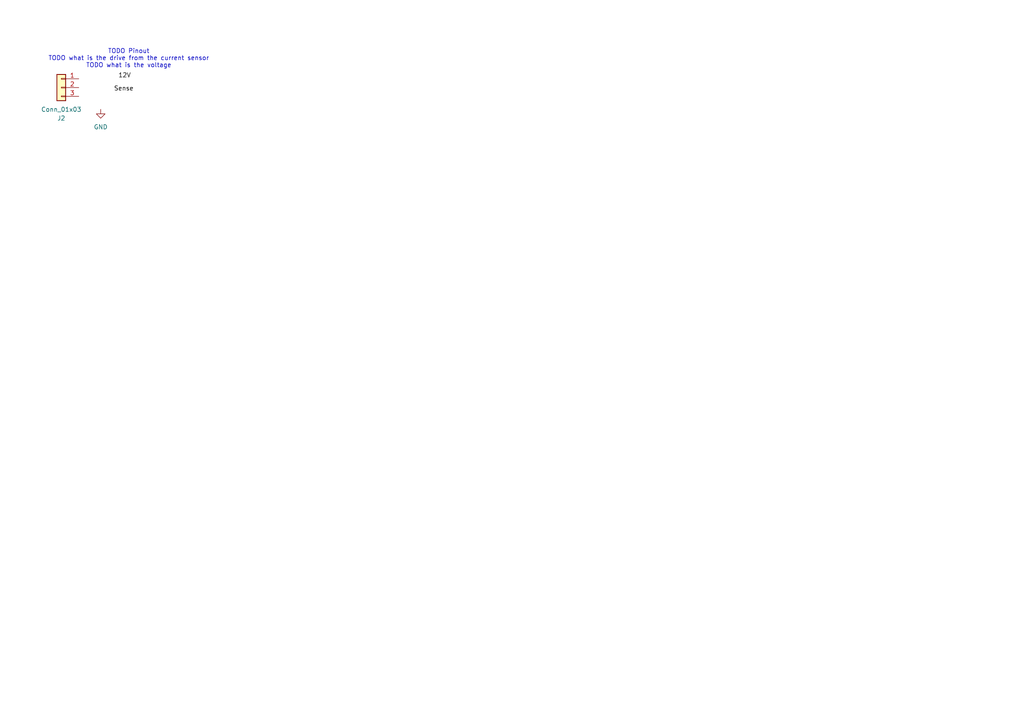
<source format=kicad_sch>
(kicad_sch (version 20250114) (generator "eeschema") (generator_version "9.0")
  (paper "A4")
  (lib_symbols
    (symbol "Connector_Generic:Conn_01x03" (pin_names (offset 1.016) (hide yes))
      (property "Reference" "J" (at 0 5.08 0))
      (property "Value" "Conn_01x03" (at 0 -5.08 0))
      (symbol "Conn_01x03_1_1"
        (rectangle (start -1.27 3.81) (end 1.27 -3.81) (stroke (width 0.254)) (fill (type background)))
        (rectangle (start -1.27 2.667) (end 0 2.413) (stroke (width 0.1524)))
        (rectangle (start -1.27 0.127) (end 0 -0.127) (stroke (width 0.1524)))
        (rectangle (start -1.27 -2.413) (end 0 -2.667) (stroke (width 0.1524)))
        (pin passive line (at -5.08 2.54 0) (length 3.81) (name "Pin_1") (number "1"))
        (pin passive line (at -5.08 0 0) (length 3.81) (name "Pin_2") (number "2"))
        (pin passive line (at -5.08 -2.54 0) (length 3.81) (name "Pin_3") (number "3"))
      )
    )
    (symbol "power:GND" (power) (pin_numbers (hide yes)) (pin_names (offset 0) (hide yes))
      (property "Value" "GND" (at 0 -3.81 0))
      (symbol "GND_0_1"
        (polyline (pts (xy 0 0) (xy 0 -1.27) (xy 1.27 -1.27) (xy 0 -2.54) (xy -1.27 -1.27) (xy 0 -1.27)))
      )
      (symbol "GND_1_1"
        (pin power_in line (at 0 0 270) (length 0) (name "~") (number "1"))
      )
    )
  )
  (text "TODO Pinout\nTODO what is the drive from the current sensor\nTODO what is the voltage" (at 37.338 17.018 0) (effects (font (size 1.27 1.27))))
  (label "Sense" (at 33.02 26.67 0))
  (label "12V" (at 34.29 22.86 0))
  (symbol (lib_id "power:GND") (at 29.21 31.75 0) (unit 1)
    (property "Reference" "#PWR04" (effects (hide yes)))
    (property "Value" "GND" (at 29.21 36.83 0))
    (property "Description" "Power symbol creates a global label with name \"GND\" , ground" (effects (hide yes)))
  )
  (symbol (lib_id "Connector_Generic:Conn_01x03") (at 17.78 25.4 0) (mirror y) (unit 1)
    (property "Reference" "J2" (at 17.78 34.29 0))
    (property "Value" "Conn_01x03" (at 17.78 31.75 0))
    (property "Description" "Generic connector, single row, 01x03, script generated (kicad-library-utils/schlib/autogen/connector/)" (effects (hide yes)))
  )
)
</source>
